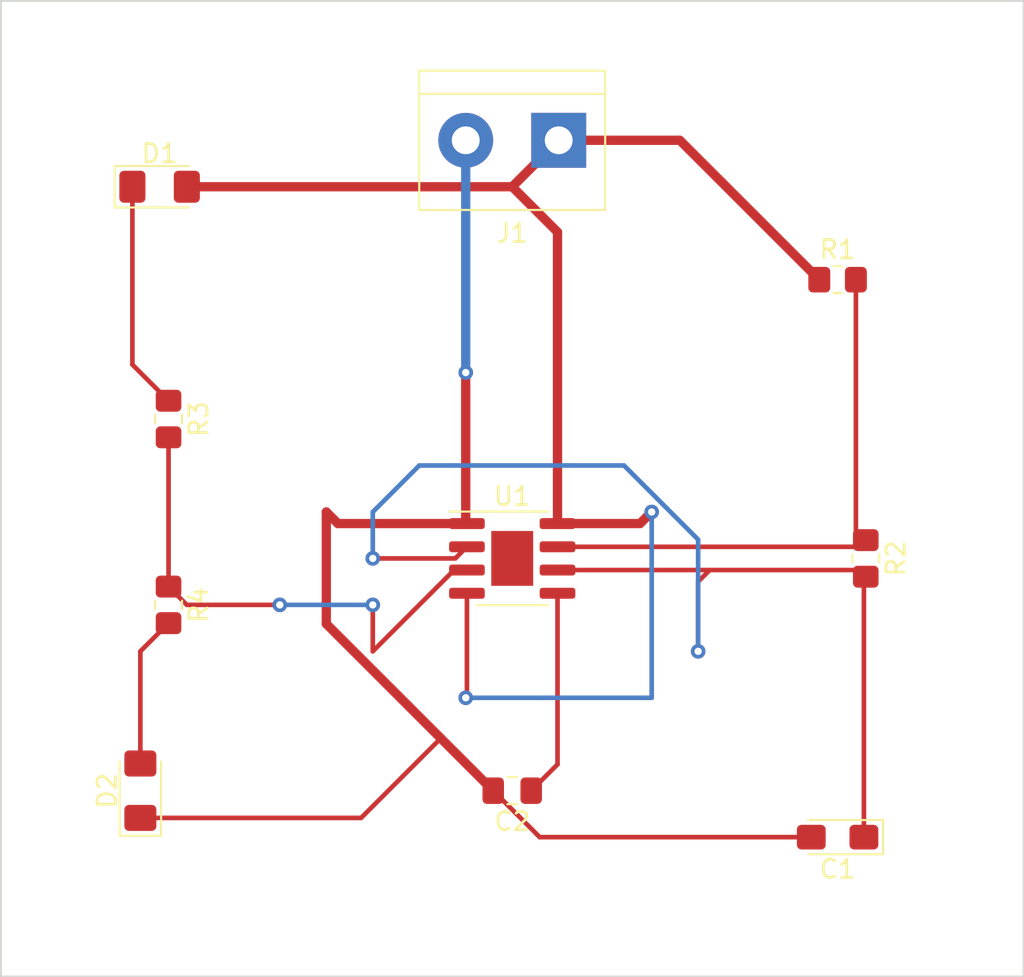
<source format=kicad_pcb>
(kicad_pcb (version 20211014) (generator pcbnew)
  (layers (0 "F.Cu" signal) (31 "B.Cu" signal) (34 "B.Paste" user) (35 "F.Paste" user) (36 "B.SilkS" user "B.Silkscreen") (37 "F.SilkS" user "F.Silkscreen") (38 "B.Mask" user) (39 "F.Mask" user) (44 "Edge.Cuts" user))
  (net 0 "")
  (net 1 "/pin_2")
  (net 2 "GND")
  (net 3 "Net-(C2-Pad1)")
  (net 4 "Net-(D1-Pad1)")
  (net 5 "+9V")
  (net 6 "Net-(D2-Pad2)")
  (net 7 "Net-(R1-Pad2)")
  (net 8 "/pin_3")
  (footprint "TerminalBlock:TerminalBlock_bornier-2_P5.08mm" (layer "F.Cu") (at 147.32 66.04 180)
    (fp_text reference "J1" (at 2.54 -5.08) (layer "F.SilkS"))
    (fp_text value "Conn_01x02_Male")
    (fp_line (start -2.54 3.81) (end 7.62 3.81) (layer "F.SilkS") (width 0.12))
    (fp_line (start 7.62 3.81) (end 7.62 -3.81) (layer "F.SilkS") (width 0.12))
    (fp_line (start -2.54 -3.81) (end -2.54 3.81) (layer "F.SilkS") (width 0.12))
    (fp_line (start 7.62 2.54) (end -2.54 2.54) (layer "F.SilkS") (width 0.12))
    (fp_line (start 7.62 -3.81) (end -2.54 -3.81) (layer "F.SilkS") (width 0.12))
    (pad "1" thru_hole rect (at 0 0 180) (size 3 3) (drill 1.52) (layers *.Cu *.Mask) (net 5 "+9V"))
    (pad "2" thru_hole circle (at 5.08 0 180) (size 3 3) (drill 1.52) (layers *.Cu *.Mask) (net 2 "GND"))
  )
  (footprint "Resistor_SMD:R_0805_2012Metric_Pad1.20x1.40mm_HandSolder" (layer "F.Cu") (at 164.1 88.9 -90)
    (fp_text reference "R2" (at 0 -1.65 90) (layer "F.SilkS"))
    (fp_text value "10k")
    (fp_line (start -0.227064 0.735) (end 0.227064 0.735) (layer "F.SilkS") (width 0.12))
    (fp_line (start -0.227064 -0.735) (end 0.227064 -0.735) (layer "F.SilkS") (width 0.12))
    (pad "1" smd roundrect (at -1 0 270) (size 1.2 1.4) (layers "F.Cu" "F.Paste" "F.Mask") (roundrect_rratio 0.2083333333) (net 7 "Net-(R1-Pad2)"))
    (pad "2" smd roundrect (at 1 0 270) (size 1.2 1.4) (layers "F.Cu" "F.Paste" "F.Mask") (roundrect_rratio 0.2083333333) (net 1 "/pin_2"))
  )
  (footprint "Resistor_SMD:R_0805_2012Metric_Pad1.20x1.40mm_HandSolder" (layer "F.Cu") (at 126 81.28 -90)
    (fp_text reference "R3" (at 0 -1.65 90) (layer "F.SilkS"))
    (fp_text value "1k")
    (fp_line (start -0.227064 -0.735) (end 0.227064 -0.735) (layer "F.SilkS") (width 0.12))
    (fp_line (start -0.227064 0.735) (end 0.227064 0.735) (layer "F.SilkS") (width 0.12))
    (pad "1" smd roundrect (at -1 0 270) (size 1.2 1.4) (layers "F.Cu" "F.Paste" "F.Mask") (roundrect_rratio 0.2083333333) (net 4 "Net-(D1-Pad1)"))
    (pad "2" smd roundrect (at 1 0 270) (size 1.2 1.4) (layers "F.Cu" "F.Paste" "F.Mask") (roundrect_rratio 0.2083333333) (net 8 "/pin_3"))
  )
  (footprint "Resistor_SMD:R_0805_2012Metric_Pad1.20x1.40mm_HandSolder" (layer "F.Cu") (at 126 91.44 -90)
    (fp_text reference "R4" (at 0 -1.65 90) (layer "F.SilkS"))
    (fp_text value "1k")
    (fp_line (start -0.227064 0.735) (end 0.227064 0.735) (layer "F.SilkS") (width 0.12))
    (fp_line (start -0.227064 -0.735) (end 0.227064 -0.735) (layer "F.SilkS") (width 0.12))
    (pad "1" smd roundrect (at -1 0 270) (size 1.2 1.4) (layers "F.Cu" "F.Paste" "F.Mask") (roundrect_rratio 0.2083333333) (net 8 "/pin_3"))
    (pad "2" smd roundrect (at 1 0 270) (size 1.2 1.4) (layers "F.Cu" "F.Paste" "F.Mask") (roundrect_rratio 0.2083333333) (net 6 "Net-(D2-Pad2)"))
  )
  (footprint "Resistor_SMD:R_0805_2012Metric_Pad1.20x1.40mm_HandSolder" (layer "F.Cu") (at 162.56 73.66)
    (fp_text reference "R1" (at 0 -1.65) (layer "F.SilkS"))
    (fp_text value "1k")
    (fp_line (start -0.227064 -0.735) (end 0.227064 -0.735) (layer "F.SilkS") (width 0.12))
    (fp_line (start -0.227064 0.735) (end 0.227064 0.735) (layer "F.SilkS") (width 0.12))
    (pad "1" smd roundrect (at -1 0) (size 1.2 1.4) (layers "F.Cu" "F.Paste" "F.Mask") (roundrect_rratio 0.2083333333) (net 5 "+9V"))
    (pad "2" smd roundrect (at 1 0) (size 1.2 1.4) (layers "F.Cu" "F.Paste" "F.Mask") (roundrect_rratio 0.2083333333) (net 7 "Net-(R1-Pad2)"))
  )
  (footprint "LED_SMD:LED_1206_3216Metric_Pad1.42x1.75mm_HandSolder" (layer "F.Cu") (at 124.46 101.6 90)
    (fp_text reference "D2" (at 0 -1.82 90) (layer "F.SilkS"))
    (fp_text value "LED")
    (fp_line (start -2.46 1.135) (end 1.6 1.135) (layer "F.SilkS") (width 0.12))
    (fp_line (start -2.46 -1.135) (end -2.46 1.135) (layer "F.SilkS") (width 0.12))
    (fp_line (start 1.6 -1.135) (end -2.46 -1.135) (layer "F.SilkS") (width 0.12))
    (pad "1" smd roundrect (at -1.4875 0 90) (size 1.425 1.75) (layers "F.Cu" "F.Paste" "F.Mask") (roundrect_rratio 0.1754392982) (net 2 "GND"))
    (pad "2" smd roundrect (at 1.4875 0 90) (size 1.425 1.75) (layers "F.Cu" "F.Paste" "F.Mask") (roundrect_rratio 0.1754392982) (net 6 "Net-(D2-Pad2)"))
  )
  (footprint "Capacitor_Tantalum_SMD:CP_EIA-3216-18_Kemet-A_Pad1.58x1.35mm_HandSolder" (layer "F.Cu") (at 162.56 104.14 180)
    (fp_text reference "C1" (at 0 -1.75) (layer "F.SilkS"))
    (fp_text value "10µF")
    (fp_line (start -2.485 0.935) (end 1.6 0.935) (layer "F.SilkS") (width 0.12))
    (fp_line (start -2.485 -0.935) (end -2.485 0.935) (layer "F.SilkS") (width 0.12))
    (fp_line (start 1.6 -0.935) (end -2.485 -0.935) (layer "F.SilkS") (width 0.12))
    (pad "1" smd roundrect (at -1.4375 0 180) (size 1.575 1.35) (layers "F.Cu" "F.Paste" "F.Mask") (roundrect_rratio 0.1851851852) (net 1 "/pin_2"))
    (pad "2" smd roundrect (at 1.4375 0 180) (size 1.575 1.35) (layers "F.Cu" "F.Paste" "F.Mask") (roundrect_rratio 0.1851851852) (net 2 "GND"))
  )
  (footprint "Capacitor_SMD:C_0805_2012Metric_Pad1.18x1.45mm_HandSolder" (layer "F.Cu") (at 144.78 101.6 180)
    (fp_text reference "C2" (at 0 -1.68) (layer "F.SilkS"))
    (fp_text value "0.01µF")
    (fp_line (start -0.261252 -0.735) (end 0.261252 -0.735) (layer "F.SilkS") (width 0.12))
    (fp_line (start -0.261252 0.735) (end 0.261252 0.735) (layer "F.SilkS") (width 0.12))
    (pad "1" smd roundrect (at -1.0375 0 180) (size 1.175 1.45) (layers "F.Cu" "F.Paste" "F.Mask") (roundrect_rratio 0.2127659574) (net 3 "Net-(C2-Pad1)"))
    (pad "2" smd roundrect (at 1.0375 0 180) (size 1.175 1.45) (layers "F.Cu" "F.Paste" "F.Mask") (roundrect_rratio 0.2127659574) (net 2 "GND"))
  )
  (footprint "Package_SO:SOIC-8-1EP_3.9x4.9mm_P1.27mm_EP2.29x3mm" (layer "F.Cu") (at 144.78 88.9)
    (fp_text reference "U1" (at 0 -3.4) (layer "F.SilkS"))
    (fp_text value "NE555D")
    (fp_line (start 0 2.56) (end -1.95 2.56) (layer "F.SilkS") (width 0.12))
    (fp_line (start 0 2.56) (end 1.95 2.56) (layer "F.SilkS") (width 0.12))
    (fp_line (start 0 -2.56) (end 1.95 -2.56) (layer "F.SilkS") (width 0.12))
    (fp_line (start 0 -2.56) (end -3.45 -2.56) (layer "F.SilkS") (width 0.12))
    (pad "1" smd roundrect (at -2.475 -1.905) (size 1.95 0.6) (layers "F.Cu" "F.Paste" "F.Mask") (net 2 "GND"))
    (pad "2" smd roundrect (at -2.475 -0.635) (size 1.95 0.6) (layers "F.Cu" "F.Paste" "F.Mask") (net 1 "/pin_2"))
    (pad "3" smd roundrect (at -2.475 0.635) (size 1.95 0.6) (layers "F.Cu" "F.Paste" "F.Mask") (net 8 "/pin_3"))
    (pad "4" smd roundrect (at -2.475 1.905) (size 1.95 0.6) (layers "F.Cu" "F.Paste" "F.Mask") (net 5 "+9V"))
    (pad "5" smd roundrect (at 2.475 1.905) (size 1.95 0.6) (layers "F.Cu" "F.Paste" "F.Mask") (net 3 "Net-(C2-Pad1)"))
    (pad "6" smd roundrect (at 2.475 0.635) (size 1.95 0.6) (layers "F.Cu" "F.Paste" "F.Mask") (net 1 "/pin_2"))
    (pad "7" smd roundrect (at 2.475 -0.635) (size 1.95 0.6) (layers "F.Cu" "F.Paste" "F.Mask") (net 7 "Net-(R1-Pad2)"))
    (pad "8" smd roundrect (at 2.475 -1.905) (size 1.95 0.6) (layers "F.Cu" "F.Paste" "F.Mask") (net 5 "+9V"))
    (pad "9" smd rect (at 0 0) (size 2.29 3) (layers "F.Cu" "F.Mask"))
  )
  (footprint "LED_SMD:LED_1206_3216Metric_Pad1.42x1.75mm_HandSolder" (layer "F.Cu") (at 125.5125 68.58)
    (fp_text reference "D1" (at 0 -1.82) (layer "F.SilkS"))
    (fp_text value "LED")
    (fp_line (start 1.6 -1.135) (end -2.46 -1.135) (layer "F.SilkS") (width 0.12))
    (fp_line (start -2.46 1.135) (end 1.6 1.135) (layer "F.SilkS") (width 0.12))
    (fp_line (start -2.46 -1.135) (end -2.46 1.135) (layer "F.SilkS") (width 0.12))
    (pad "1" smd roundrect (at -1.4875 0) (size 1.425 1.75) (layers "F.Cu" "F.Paste" "F.Mask") (roundrect_rratio 0.1754392982) (net 4 "Net-(D1-Pad1)"))
    (pad "2" smd roundrect (at 1.4875 0) (size 1.425 1.75) (layers "F.Cu" "F.Paste" "F.Mask") (roundrect_rratio 0.1754392982) (net 5 "+9V"))
  )
  (gr_rect (start 116.84 58.42) (end 172.72 111.76) (layer "Edge.Cuts") (width 0.1) (fill none))
  (segment (start 163.735 89.535) (end 164.1 89.9) (width 0.254) (layer "F.Cu") (net 1))
  (segment (start 155.575 89.535) (end 154.94 90.17) (width 0.254) (layer "F.Cu") (net 1))
  (segment (start 141.67 88.9) (end 142.305 88.265) (width 0.254) (layer "F.Cu") (net 1))
  (segment (start 155.575 89.535) (end 163.735 89.535) (width 0.254) (layer "F.Cu") (net 1))
  (segment (start 137.16 88.9) (end 141.67 88.9) (width 0.254) (layer "F.Cu") (net 1))
  (segment (start 163.9975 90.0025) (end 163.9975 104.14) (width 0.254) (layer "F.Cu") (net 1))
  (segment (start 147.255 89.535) (end 155.575 89.535) (width 0.254) (layer "F.Cu") (net 1))
  (segment (start 164.1 89.9) (end 163.9975 90.0025) (width 0.254) (layer "F.Cu") (net 1))
  (segment (start 154.94 90.17) (end 154.94 93.98) (width 0.254) (layer "F.Cu") (net 1))
  (via (at 137.16 88.9) (size 0.8) (drill 0.4) (layers "F.Cu" "B.Cu") (net 1))
  (via (at 154.94 93.98) (size 0.8) (drill 0.4) (layers "F.Cu" "B.Cu") (net 1))
  (segment (start 139.7 83.82) (end 137.16 86.36) (width 0.254) (layer "B.Cu") (net 1))
  (segment (start 150.888134 83.82) (end 139.7 83.82) (width 0.254) (layer "B.Cu") (net 1))
  (segment (start 137.16 86.36) (end 137.16 88.9) (width 0.254) (layer "B.Cu") (net 1))
  (segment (start 154.94 93.98) (end 154.94 87.871866) (width 0.254) (layer "B.Cu") (net 1))
  (segment (start 154.94 87.871866) (end 150.888134 83.82) (width 0.254) (layer "B.Cu") (net 1))
  (segment (start 135.255 86.995) (end 134.62 86.36) (width 0.508) (layer "F.Cu") (net 2))
  (segment (start 143.7425 101.6) (end 146.2825 104.14) (width 0.254) (layer "F.Cu") (net 2))
  (segment (start 134.62 86.36) (end 134.62 92.4775) (width 0.508) (layer "F.Cu") (net 2))
  (segment (start 136.522 103.0875) (end 140.876 98.7335) (width 0.254) (layer "F.Cu") (net 2))
  (segment (start 142.24 86.93) (end 142.305 86.995) (width 0.508) (layer "F.Cu") (net 2))
  (segment (start 124.46 103.0875) (end 136.522 103.0875) (width 0.254) (layer "F.Cu") (net 2))
  (segment (start 146.2825 104.14) (end 161.1225 104.14) (width 0.254) (layer "F.Cu") (net 2))
  (segment (start 140.876 98.7335) (end 143.7425 101.6) (width 0.508) (layer "F.Cu") (net 2))
  (segment (start 142.305 86.995) (end 135.255 86.995) (width 0.508) (layer "F.Cu") (net 2))
  (segment (start 142.24 78.74) (end 142.24 86.93) (width 0.508) (layer "F.Cu") (net 2))
  (segment (start 134.62 92.4775) (end 140.876 98.7335) (width 0.508) (layer "F.Cu") (net 2))
  (via (at 142.24 78.74) (size 0.8) (drill 0.4) (layers "F.Cu" "B.Cu") (net 2))
  (segment (start 142.24 66.04) (end 142.24 78.74) (width 0.508) (layer "B.Cu") (net 2))
  (segment (start 147.255 100.1625) (end 145.8175 101.6) (width 0.254) (layer "F.Cu") (net 3))
  (segment (start 147.255 90.805) (end 147.255 100.1625) (width 0.254) (layer "F.Cu") (net 3))
  (segment (start 124.025 78.305) (end 126 80.28) (width 0.254) (layer "F.Cu") (net 4))
  (segment (start 124.025 68.58) (end 124.025 78.305) (width 0.254) (layer "F.Cu") (net 4))
  (segment (start 144.78 68.58) (end 147.255 71.055) (width 0.508) (layer "F.Cu") (net 5))
  (segment (start 127 68.58) (end 144.78 68.58) (width 0.508) (layer "F.Cu") (net 5))
  (segment (start 147.255 86.995) (end 151.765 86.995) (width 0.508) (layer "F.Cu") (net 5))
  (segment (start 142.305 96.455) (end 142.24 96.52) (width 0.254) (layer "F.Cu") (net 5))
  (segment (start 147.255 71.055) (end 147.255 86.995) (width 0.508) (layer "F.Cu") (net 5))
  (segment (start 142.305 90.805) (end 142.305 96.455) (width 0.254) (layer "F.Cu") (net 5))
  (segment (start 147.32 66.04) (end 153.94 66.04) (width 0.508) (layer "F.Cu") (net 5))
  (segment (start 153.94 66.04) (end 161.56 73.66) (width 0.508) (layer "F.Cu") (net 5))
  (segment (start 151.765 86.995) (end 152.4 86.36) (width 0.508) (layer "F.Cu") (net 5))
  (segment (start 144.78 68.58) (end 147.32 66.04) (width 0.508) (layer "F.Cu") (net 5))
  (via (at 142.24 96.52) (size 0.8) (drill 0.4) (layers "F.Cu" "B.Cu") (net 5))
  (via (at 152.4 86.36) (size 0.8) (drill 0.4) (layers "F.Cu" "B.Cu") (net 5))
  (segment (start 152.4 96.52) (end 152.4 86.36) (width 0.254) (layer "B.Cu") (net 5))
  (segment (start 142.24 96.52) (end 152.4 96.52) (width 0.254) (layer "B.Cu") (net 5))
  (segment (start 126 92.44) (end 124.46 93.98) (width 0.254) (layer "F.Cu") (net 6))
  (segment (start 124.46 93.98) (end 124.46 100.1125) (width 0.254) (layer "F.Cu") (net 6))
  (segment (start 163.56 73.66) (end 163.56 87.36) (width 0.254) (layer "F.Cu") (net 7))
  (segment (start 163.735 88.265) (end 164.1 87.9) (width 0.254) (layer "F.Cu") (net 7))
  (segment (start 147.255 88.265) (end 163.735 88.265) (width 0.254) (layer "F.Cu") (net 7))
  (segment (start 163.56 87.36) (end 164.1 87.9) (width 0.254) (layer "F.Cu") (net 7))
  (segment (start 142.305 89.535) (end 141.605 89.535) (width 0.254) (layer "F.Cu") (net 8))
  (segment (start 141.605 89.535) (end 137.16 93.98) (width 0.254) (layer "F.Cu") (net 8))
  (segment (start 137.16 93.98) (end 137.16 91.44) (width 0.254) (layer "F.Cu") (net 8))
  (segment (start 132.08 91.44) (end 127 91.44) (width 0.254) (layer "F.Cu") (net 8))
  (segment (start 127 91.44) (end 126 90.44) (width 0.254) (layer "F.Cu") (net 8))
  (segment (start 142.305 89.535) (end 141.457 89.535) (width 0.254) (layer "F.Cu") (net 8))
  (segment (start 126 82.28) (end 126 90.44) (width 0.254) (layer "F.Cu") (net 8))
  (via (at 132.08 91.44) (size 0.8) (drill 0.4) (layers "F.Cu" "B.Cu") (net 8))
  (via (at 137.16 91.44) (size 0.8) (drill 0.4) (layers "F.Cu" "B.Cu") (net 8))
  (segment (start 137.16 91.44) (end 132.08 91.44) (width 0.254) (layer "B.Cu") (net 8))
)
</source>
